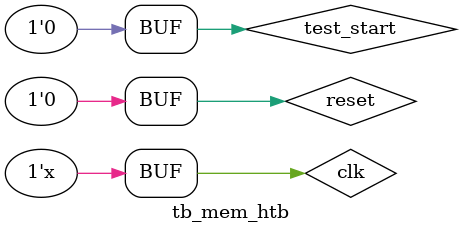
<source format=v>
`timescale 1ns/1ps
module tb_mem_htb();
reg clk, reset, test_start;

wire filling, crc, start, size, data;
wire test_good, test_end;

mem_tb_cb_seg test_obj(
	.reset(reset),
	.clk(clk),
	.test_start(test_start),
	
	.test_good(test_good),
	.test_end(test_end),
	
	//Debug Port for logic analyzer
	.data(data),
	.size(size),
	.start(start),
	.crc(crc),
	.filling(filling)
);

//Clock Generator
initial clk=1'b0;
always #5 clk=~clk;

//Power-on Reset
initial
begin
		reset = 1'b1;
#20 	reset = 1'b0;
end


initial
begin	
#150 test_start = 1'b1;
#30 test_start = 1'b0;
end

endmodule
</source>
